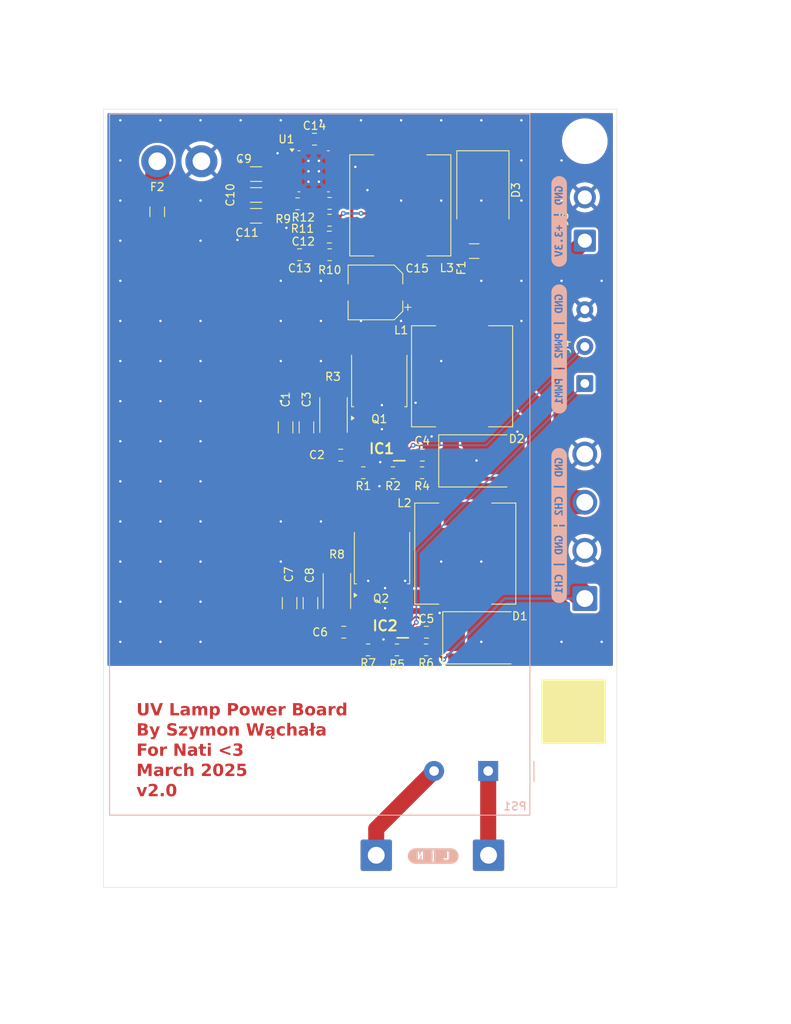
<source format=kicad_pcb>
(kicad_pcb (version 20240108) (generator "pcbnew") (generator_version "8.0")
  (title_block (title "UV Lamp Power Board") (date "2025-03-30") (rev "v2.0") (company "Szymon Wąchała"))
  (layers (0 "F.Cu" signal) (31 "B.Cu" signal) (34 "B.Paste" user) (35 "F.Paste" user) (36 "B.SilkS" user "B.Silkscreen") (37 "F.SilkS" user "F.Silkscreen") (38 "B.Mask" user) (39 "F.Mask" user) (44 "Edge.Cuts" user))
  (net 0 "")
  (net 1 "GND")
  (net 2 "+48V")
  (net 3 "Net-(IC1-VCC)")
  (net 4 "Net-(IC1-COFF)")
  (net 5 "Net-(IC2-COFF)")
  (net 6 "Net-(IC2-VCC)")
  (net 7 "Net-(U1-COMP)")
  (net 8 "Net-(C13-Pad1)")
  (net 9 "Net-(U1-BOOT)")
  (net 10 "Net-(D3-K)")
  (net 11 "Net-(C15-Pad1)")
  (net 12 "Net-(D1-K)")
  (net 13 "Net-(D2-K)")
  (net 14 "Net-(J5-Pin_1)")
  (net 15 "Net-(PS1-+Vout)")
  (net 16 "Net-(IC1-UVLO)")
  (net 17 "Net-(IC1-PGATE)")
  (net 18 "/LED Driver/PWM2")
  (net 20 "Net-(IC1-CSN)")
  (net 21 "Net-(IC2-PGATE)")
  (net 22 "Net-(IC2-CSN)")
  (net 23 "Net-(IC2-UVLO)")
  (net 25 "/LED Driver/PWM1")
  (net 26 "Net-(J1-Pin_1)")
  (net 27 "Net-(J2-Pin_1)")
  (net 28 "/LED Driver/Ch1")
  (net 29 "/LED Driver/Ch2")
  (net 30 "Net-(U1-RT{slash}CLK)")
  (net 31 "Net-(U1-FB)")
  (footprint "Capacitor_SMD:C_1206_3216Metric" (layer "F.Cu") (at 132.4 95.475 90)
    (property "Reference" "C3" (at 3.475 0 90) (layer "F.SilkS"))
    (property "Value" "2u" (hide yes))
    (pad "1" smd roundrect (at -1.475 0 90) (size 1.15 1.8) (layers "F.Cu" "F.Paste" "F.Mask") (roundrect_rratio 0.217391) (net 2 "+48V"))
    (pad "2" smd roundrect (at 1.475 0 90) (size 1.15 1.8) (layers "F.Cu" "F.Paste" "F.Mask") (roundrect_rratio 0.217391) (net 1 "GND"))
  )
  (footprint "Inductor_SMD:L_12x12mm_H6mm" (layer "F.Cu") (at 144.1 67.8 -90)
    (property "Reference" "L3" (at 7.8 -5.8 0) (layer "F.SilkS"))
    (property "Value" "22u" (hide yes))
    (pad "1" smd rect (at -4.95 0 270) (size 2.9 5.4) (layers "F.Cu" "F.Paste" "F.Mask") (net 10 "Net-(D3-K)"))
    (pad "2" smd rect (at 4.95 0 270) (size 2.9 5.4) (layers "F.Cu" "F.Paste" "F.Mask") (net 11 "Net-(C15-Pad1)"))
  )
  (footprint "Resistor_SMD:R_0805_2012Metric" (layer "F.Cu") (at 131.2875 67.6)
    (property "Reference" "R9" (at -1.7875 1.9 180) (layer "F.SilkS"))
    (property "Value" "316k" (hide yes))
    (pad "1" smd roundrect (at -0.9125 0) (size 1.025 1.4) (layers "F.Cu" "F.Paste" "F.Mask") (roundrect_rratio 0.243902) (net 30 "Net-(U1-RT{slash}CLK)"))
    (pad "2" smd roundrect (at 0.9125 0) (size 1.025 1.4) (layers "F.Cu" "F.Paste" "F.Mask") (roundrect_rratio 0.243902) (net 1 "GND"))
  )
  (footprint "LM3409HVMY:LM3409HVMY" (layer "F.Cu") (at 141.7725 98.125 180)
    (property "Reference" "IC1" (at 0 0 0) (layer "F.SilkS") (effects (font (size 1.27 1.27) (thickness 0.254))))
    (property "Value" "LM3409HVMY" (hide yes))
    (pad "1" smd rect (at -2.2 -1 270) (size 0.3 1.4) (layers "F.Cu" "F.Paste" "F.Mask") (net 16 "Net-(IC1-UVLO)"))
    (pad "2" smd rect (at -2.2 -0.5 270) (size 0.3 1.4) (layers "F.Cu" "F.Paste" "F.Mask"))
    (pad "3" smd rect (at -2.2 0 270) (size 0.3 1.4) (layers "F.Cu" "F.Paste" "F.Mask") (net 18 "/LED Driver/PWM2"))
    (pad "4" smd rect (at -2.2 0.5 270) (size 0.3 1.4) (layers "F.Cu" "F.Paste" "F.Mask") (net 4 "Net-(IC1-COFF)"))
    (pad "5" smd rect (at -2.2 1 270) (size 0.3 1.4) (layers "F.Cu" "F.Paste" "F.Mask") (net 1 "GND"))
    (pad "6" smd rect (at 2.2 1 270) (size 0.3 1.4) (layers "F.Cu" "F.Paste" "F.Mask") (net 17 "Net-(IC1-PGATE)"))
    (pad "7" smd rect (at 2.2 0.5 270) (size 0.3 1.4) (layers "F.Cu" "F.Paste" "F.Mask") (net 20 "Net-(IC1-CSN)"))
    (pad "8" smd rect (at 2.2 0 270) (size 0.3 1.4) (layers "F.Cu" "F.Paste" "F.Mask") (net 2 "+48V"))
    (pad "9" smd rect (at 2.2 -0.5 270) (size 0.3 1.4) (layers "F.Cu" "F.Paste" "F.Mask") (net 3 "Net-(IC1-VCC)"))
    (pad "10" smd rect (at 2.2 -1 270) (size 0.3 1.4) (layers "F.Cu" "F.Paste" "F.Mask") (net 2 "+48V"))
    (pad "11" smd rect (at 0 0 180) (size 1.88 2.05) (layers "F.Cu" "F.Paste" "F.Mask") (net 1 "GND"))
  )
  (footprint "Diode_SMD:D_SMC" (layer "F.Cu") (at 154.3 121.7)
    (property "Reference" "D1" (at 4.7 -2.7 0) (layer "F.SilkS"))
    (property "Value" "100V 3A" (hide yes))
    (pad "1" smd roundrect (at -3.4 0 90) (size 3.3 2.5) (layers "F.Cu" "F.Paste" "F.Mask") (roundrect_rratio 0.1) (net 12 "Net-(D1-K)"))
    (pad "2" smd roundrect (at 3.4 0 90) (size 3.3 2.5) (layers "F.Cu" "F.Paste" "F.Mask") (roundrect_rratio 0.1) (net 1 "GND"))
  )
  (footprint "Resistor_SMD:R_0805_2012Metric" (layer "F.Cu") (at 146.8125 101.125 180)
    (property "Reference" "R4" (at 0 -1.65 0) (layer "F.SilkS"))
    (property "Value" "24.9k" (hide yes))
    (pad "1" smd roundrect (at -0.9125 0 180) (size 1.025 1.4) (layers "F.Cu" "F.Paste" "F.Mask") (roundrect_rratio 0.243902) (net 29 "/LED Driver/Ch2"))
    (pad "2" smd roundrect (at 0.9125 0 180) (size 1.025 1.4) (layers "F.Cu" "F.Paste" "F.Mask") (roundrect_rratio 0.243902) (net 4 "Net-(IC1-COFF)"))
  )
  (footprint "Capacitor_SMD:C_1206_3216Metric" (layer "F.Cu") (at 130.3 117.375 90)
    (property "Reference" "C7" (at 3.575 -0.1 90) (layer "F.SilkS"))
    (property "Value" "2u" (hide yes))
    (pad "1" smd roundrect (at -1.475 0 90) (size 1.15 1.8) (layers "F.Cu" "F.Paste" "F.Mask") (roundrect_rratio 0.217391) (net 2 "+48V"))
    (pad "2" smd roundrect (at 1.475 0 90) (size 1.15 1.8) (layers "F.Cu" "F.Paste" "F.Mask") (roundrect_rratio 0.217391) (net 1 "GND"))
  )
  (footprint "Capacitor_SMD:C_0805_2012Metric" (layer "F.Cu") (at 146.85 98.925)
    (property "Reference" "C4" (at -0.0225 -1.775 0) (layer "F.SilkS"))
    (property "Value" "470p 50V" (hide yes))
    (pad "1" smd roundrect (at -0.95 0) (size 1 1.45) (layers "F.Cu" "F.Paste" "F.Mask") (net 4 "Net-(IC1-COFF)"))
    (pad "2" smd roundrect (at 0.95 0) (size 1 1.45) (layers "F.Cu" "F.Paste" "F.Mask") (net 1 "GND"))
  )
  (footprint "Capacitor_SMD:C_1206_3216Metric" (layer "F.Cu") (at 126.125 69.1 180)
    (property "Reference" "C11" (at 1.125 -2.1 180) (layer "F.SilkS"))
    (property "Value" "2.2u" (hide yes))
    (pad "1" smd roundrect (at -1.475 0 180) (size 1.15 1.8) (layers "F.Cu" "F.Paste" "F.Mask") (roundrect_rratio 0.217391) (net 2 "+48V"))
    (pad "2" smd roundrect (at 1.475 0 180) (size 1.15 1.8) (layers "F.Cu" "F.Paste" "F.Mask") (roundrect_rratio 0.217391) (net 1 "GND"))
  )
  (footprint "Resistor_SMD:R_0805_2012Metric" (layer "F.Cu") (at 147.3125 123.2 180)
    (property "Reference" "R6" (at 0 -1.65 0) (layer "F.SilkS"))
    (property "Value" "24.9k" (hide yes))
    (pad "1" smd roundrect (at -0.9125 0 180) (size 1.025 1.4) (layers "F.Cu" "F.Paste" "F.Mask") (roundrect_rratio 0.243902) (net 28 "/LED Driver/Ch1"))
    (pad "2" smd roundrect (at 0.9125 0 180) (size 1.025 1.4) (layers "F.Cu" "F.Paste" "F.Mask") (roundrect_rratio 0.243902) (net 5 "Net-(IC2-COFF)"))
  )
  (footprint "Resistor_SMD:R_0805_2012Metric" (layer "F.Cu") (at 139.4875 101.125 180)
    (property "Reference" "R1" (at 0 -1.65 0) (layer "F.SilkS"))
    (property "Value" "49.9k" (hide yes))
    (pad "1" smd roundrect (at -0.9125 0 180) (size 1.025 1.4) (layers "F.Cu" "F.Paste" "F.Mask") (roundrect_rratio 0.243902) (net 16 "Net-(IC1-UVLO)"))
    (pad "2" smd roundrect (at 0.9125 0 180) (size 1.025 1.4) (layers "F.Cu" "F.Paste" "F.Mask") (roundrect_rratio 0.243902) (net 2 "+48V"))
  )
  (footprint "Capacitor_SMD:C_0805_2012Metric" (layer "F.Cu") (at 131.55 73.95 180)
    (property "Reference" "C13" (at 0 -1.68 0) (layer "F.SilkS"))
    (property "Value" "8.2n" (hide yes))
    (pad "1" smd roundrect (at -0.95 0 180) (size 1 1.45) (layers "F.Cu" "F.Paste" "F.Mask") (net 8 "Net-(C13-Pad1)"))
    (pad "2" smd roundrect (at 0.95 0 180) (size 1 1.45) (layers "F.Cu" "F.Paste" "F.Mask") (net 1 "GND"))
  )
  (footprint "Package_TO_SOT_SMD:TO-252-2" (layer "F.Cu") (at 141.475 89.585 90)
    (property "Reference" "Q1" (at -4.84 0 0) (layer "F.SilkS"))
    (property "Value" "DMP10H400SK3-13" (hide yes))
    (pad "1" smd roundrect (at -5.04 -2.28 90) (size 2.2 1.2) (layers "F.Cu" "F.Paste" "F.Mask") (roundrect_rratio 0.208333) (net 17 "Net-(IC1-PGATE)"))
    (pad "2" smd roundrect (at -0.415 -1.525 90) (size 3.05 2.75) (layers "F.Cu" "F.Paste") (roundrect_rratio 0.090909) (net 20 "Net-(IC1-CSN)"))
    (pad "2" smd roundrect (at -0.415 1.525 90) (size 3.05 2.75) (layers "F.Cu" "F.Paste") (roundrect_rratio 0.090909) (net 20 "Net-(IC1-CSN)"))
    (pad "2" smd roundrect (at 1.26 0 90) (size 6.4 5.8) (layers "F.Cu" "F.Mask") (roundrect_rratio 0.043103) (net 20 "Net-(IC1-CSN)"))
    (pad "2" smd roundrect (at 2.935 -1.525 90) (size 3.05 2.75) (layers "F.Cu" "F.Paste") (roundrect_rratio 0.090909) (net 20 "Net-(IC1-CSN)"))
    (pad "2" smd roundrect (at 2.935 1.525 90) (size 3.05 2.75) (layers "F.Cu" "F.Paste") (roundrect_rratio 0.090909) (net 20 "Net-(IC1-CSN)"))
    (pad "3" smd roundrect (at -5.04 2.28 90) (size 2.2 1.2) (layers "F.Cu" "F.Paste" "F.Mask") (roundrect_rratio 0.208333) (net 13 "Net-(D2-K)"))
  )
  (footprint "Inductor_SMD:L_12x12mm_H6mm" (layer "F.Cu") (at 152.2 111.2 90)
    (property "Reference" "L2" (at 6.3 -7.6 180) (layer "F.SilkS"))
    (property "Value" "DE1207-47" (hide yes))
    (pad "1" smd rect (at -4.95 0 90) (size 2.9 5.4) (layers "F.Cu" "F.Paste" "F.Mask") (net 12 "Net-(D1-K)"))
    (pad "2" smd rect (at 4.95 0 90) (size 2.9 5.4) (layers "F.Cu" "F.Paste" "F.Mask") (net 28 "/LED Driver/Ch1"))
  )
  (footprint "Inductor_SMD:L_12x12mm_H6mm" (layer "F.Cu") (at 151.8 89.1 90)
    (property "Reference" "L1" (at 5.75 -7.6 0) (layer "F.SilkS"))
    (property "Value" "DE1207-47" (hide yes))
    (pad "1" smd rect (at -4.95 0 90) (size 2.9 5.4) (layers "F.Cu" "F.Paste" "F.Mask") (net 13 "Net-(D2-K)"))
    (pad "2" smd rect (at 4.95 0 90) (size 2.9 5.4) (layers "F.Cu" "F.Paste" "F.Mask") (net 29 "/LED Driver/Ch2"))
  )
  (footprint "Diode_SMD:D_SMC" (layer "F.Cu") (at 154.4 65.9 -90)
    (property "Reference" "D3" (at 0 -4.1 90) (layer "F.SilkS"))
    (property "Value" "B560C-13-F" (hide yes))
    (pad "1" smd roundrect (at -3.4 0) (size 3.3 2.5) (layers "F.Cu" "F.Paste" "F.Mask") (roundrect_rratio 0.1) (net 10 "Net-(D3-K)"))
    (pad "2" smd roundrect (at 3.4 0) (size 3.3 2.5) (layers "F.Cu" "F.Paste" "F.Mask") (roundrect_rratio 0.1) (net 1 "GND"))
  )
  (footprint "Connector_Wire:SolderWire-1.5sqmm_1x01_D1.7mm_OD3.9mm" (layer "F.Cu") (at 141.1 148.8)
    (property "Reference" "J2" (hide yes))
    (property "Value" "Conn" (hide yes))
    (pad "1" thru_hole roundrect (at 0 0) (size 3.9 3.9) (drill 2.1) (layers "*.Cu" "*.Mask") (roundrect_rratio 0.064103) (net 27 "Net-(J2-Pin_1)"))
  )
  (footprint "MountingHole:MountingHole_2.7mm_M2.5" (layer "F.Cu") (at 167.1 59.8)
    (property "Reference" "H1" (hide yes))
    (property "Value" "M2.5" (hide yes))
    (pad "" np_thru_hole circle (at 0 0) (size 2.7 2.7) (drill 2.7) (layers "*.Cu" "*.Mask"))
  )
  (footprint "Capacitor_SMD:CP_Elec_6.3x7.7" (layer "F.Cu") (at 141 78.65 180)
    (property "Reference" "C15" (at -5.2 3 0) (layer "F.SilkS"))
    (property "Value" "100u" (hide yes))
    (pad "1" smd roundrect (at -2.7 0 180) (size 3.5 1.6) (layers "F.Cu" "F.Paste" "F.Mask") (roundrect_rratio 0.15625) (net 11 "Net-(C15-Pad1)"))
    (pad "2" smd roundrect (at 2.7 0 180) (size 3.5 1.6) (layers "F.Cu" "F.Paste" "F.Mask") (roundrect_rratio 0.15625) (net 1 "GND"))
  )
  (footprint "Capacitor_SMD:C_0805_2012Metric" (layer "F.Cu") (at 136.6725 98.925)
    (property "Reference" "C2" (at -2.9725 -0.025 0) (layer "F.SilkS"))
    (property "Value" "1u" (hide yes))
    (pad "1" smd roundrect (at -0.95 0) (size 1 1.45) (layers "F.Cu" "F.Paste" "F.Mask") (net 2 "+48V"))
    (pad "2" smd roundrect (at 0.95 0) (size 1 1.45) (layers "F.Cu" "F.Paste" "F.Mask") (net 3 "Net-(IC1-VCC)"))
  )
  (footprint "Fuse:Fuse_1206_3216Metric" (layer "F.Cu") (at 113.8 68.6 -90)
    (property "Reference" "F2" (at -3.1 0 180) (layer "F.SilkS"))
    (property "Value" "2A" (hide yes))
    (pad "1" smd roundrect (at -1.4 0 270) (size 1.25 1.75) (layers "F.Cu" "F.Paste" "F.Mask") (roundrect_rratio 0.2) (net 15 "Net-(PS1-+Vout)"))
    (pad "2" smd roundrect (at 1.4 0 270) (size 1.25 1.75) (layers "F.Cu" "F.Paste" "F.Mask") (roundrect_rratio 0.2) (net 2 "+48V"))
  )
  (footprint "MountingHole:MountingHole_2.7mm_M2.5" (layer "F.Cu") (at 167.1 148.8)
    (property "Reference" "H2" (hide yes))
    (property "Value" "M2.5" (hide yes))
    (pad "" np_thru_hole circle (at 0 0) (size 2.7 2.7) (drill 2.7) (layers "*.Cu" "*.Mask"))
  )
  (footprint "Capacitor_SMD:C_1206_3216Metric" (layer "F.Cu") (at 126.125 63.9 180)
    (property "Reference" "C9" (at 1.525 1.9 180) (layer "F.SilkS"))
    (property "Value" "2.2u" (hide yes))
    (pad "1" smd roundrect (at -1.475 0 180) (size 1.15 1.8) (layers "F.Cu" "F.Paste" "F.Mask") (roundrect_rratio 0.217391) (net 2 "+48V"))
    (pad "2" smd roundrect (at 1.475 0 180) (size 1.15 1.8) (layers "F.Cu" "F.Paste" "F.Mask") (roundrect_rratio 0.217391) (net 1 "GND"))
  )
  (footprint "Capacitor_SMD:C_1206_3216Metric" (layer "F.Cu") (at 132.9 117.375 90)
    (property "Reference" "C8" (at 3.475 -0.1 90) (layer "F.SilkS"))
    (property "Value" "2u" (hide yes))
    (pad "1" smd roundrect (at -1.475 0 90) (size 1.15 1.8) (layers "F.Cu" "F.Paste" "F.Mask") (roundrect_rratio 0.217391) (net 2 "+48V"))
    (pad "2" smd roundrect (at 1.475 0 90) (size 1.15 1.8) (layers "F.Cu" "F.Paste" "F.Mask") (roundrect_rratio 0.217391) (net 1 "GND"))
  )
  (footprint "Fuse:Fuse_1206_3216Metric" (layer "F.Cu") (at 153.3 73.5)
    (property "Reference" "F1" (at -1.6 2.1 90) (layer "F.SilkS"))
    (property "Value" "2A" (hide yes))
    (pad "1" smd roundrect (at -1.4 0) (size 1.25 1.75) (layers "F.Cu" "F.Paste" "F.Mask") (roundrect_rratio 0.2) (net 11 "Net-(C15-Pad1)"))
    (pad "2" smd roundrect (at 1.4 0) (size 1.25 1.75) (layers "F.Cu" "F.Paste" "F.Mask") (roundrect_rratio 0.2) (net 14 "Net-(J5-Pin_1)"))
  )
  (footprint "LM3409HVMY:LM3409HVMY" (layer "F.Cu") (at 142.2 120.2 180)
    (property "Reference" "IC2" (at 0 0 0) (layer "F.SilkS") (effects (font (size 1.27 1.27) (thickness 0.254))))
    (property "Value" "LM3409HVMY" (hide yes))
    (pad "1" smd rect (at -2.2 -1 270) (size 0.3 1.4) (layers "F.Cu" "F.Paste" "F.Mask") (net 23 "Net-(IC2-UVLO)"))
    (pad "2" smd rect (at -2.2 -0.5 270) (size 0.3 1.4) (layers "F.Cu" "F.Paste" "F.Mask"))
    (pad "3" smd rect (at -2.2 0 270) (size 0.3 1.4) (layers "F.Cu" "F.Paste" "F.Mask") (net 25 "/LED Driver/PWM1"))
    (pad "4" smd rect (at -2.2 0.5 270) (size 0.3 1.4) (layers "F.Cu" "F.Paste" "F.Mask") (net 5 "Net-(IC2-COFF)"))
    (pad "5" smd rect (at -2.2 1 270) (size 0.3 1.4) (layers "F.Cu" "F.Paste" "F.Mask") (net 1 "GND"))
    (pad "6" smd rect (at 2.2 1 270) (size 0.3 1.4) (layers "F.Cu" "F.Paste" "F.Mask") (net 21 "Net-(IC2-PGATE)"))
    (pad "7" smd rect (at 2.2 0.5 270) (size 0.3 1.4) (layers "F.Cu" "F.Paste" "F.Mask") (net 22 "Net-(IC2-CSN)"))
    (pad "8" smd rect (at 2.2 0 270) (size 0.3 1.4) (layers "F.Cu" "F.Paste" "F.Mask") (net 2 "+48V"))
    (pad "9" smd rect (at 2.2 -0.5 270) (size 0.3 1.4) (layers "F.Cu" "F.Paste" "F.Mask") (net 6 "Net-(IC2-VCC)"))
    (pad "10" smd rect (at 2.2 -1 270) (size 0.3 1.4) (layers "F.Cu" "F.Paste" "F.Mask") (net 2 "+48V"))
    (pad "11" smd rect (at 0 0 180) (size 1.88 2.05) (layers "F.Cu" "F.Paste" "F.Mask") (net 1 "GND"))
  )
  (footprint "Diode_SMD:D_SMC" (layer "F.Cu") (at 153.8 99.65)
    (property "Reference" "D2" (at 4.8 -2.75 0) (layer "F.SilkS"))
    (property "Value" "100V 3A" (hide yes))
    (pad "1" smd roundrect (at -3.4 0 90) (size 3.3 2.5) (layers "F.Cu" "F.Paste" "F.Mask") (roundrect_rratio 0.1) (net 13 "Net-(D2-K)"))
    (pad "2" smd roundrect (at 3.4 0 90) (size 3.3 2.5) (layers "F.Cu" "F.Paste" "F.Mask") (roundrect_rratio 0.1) (net 1 "GND"))
  )
  (footprint "Resistor_SMD:R_0805_2012Metric" (layer "F.Cu") (at 135.2875 67.55 180)
    (property "Reference" "R12" (at 3.2875 -1.75 0) (layer "F.SilkS"))
    (property "Value" "11.7k" (hide yes))
    (pad "1" smd roundrect (at -0.9125 0 180) (size 1.025 1.4) (layers "F.Cu" "F.Paste" "F.Mask") (roundrect_rratio 0.243902) (net 31 "Net-(U1-FB)"))
    (pad "2" smd roundrect (at 0.9125 0 180) (size 1.025 1.4) (layers "F.Cu" "F.Paste" "F.Mask") (roundrect_rratio 0.243902) (net 1 "GND"))
  )
  (footprint "MountingHole:MountingHole_2.7mm_M2.5" (layer "F.Cu") (at 111.1 148.8)
    (property "Reference" "H3" (hide yes))
    (property "Value" "M2.5" (hide yes))
    (pad "" np_thru_hole circle (at 0 0) (size 2.7 2.7) (drill 2.7) (layers "*.Cu" "*.Mask"))
  )
  (footprint "Package_SO:Texas_R-PDSO-G8_EP2.95x4.9mm_Mask2.4x3.1mm_ThermalVias" (layer "F.Cu") (at 133.3 63.55)
    (property "Reference" "U1" (at -3.4 -4 0) (layer "F.SilkS"))
    (property "Value" "TPS54560BDDA" (hide yes))
    (pad "1" smd roundrect (at -2.5625 -1.905) (size 1.775 0.6) (layers "F.Cu" "F.Paste" "F.Mask") (net 9 "Net-(U1-BOOT)"))
    (pad "2" smd roundrect (at -2.5625 -0.635) (size 1.775 0.6) (layers "F.Cu" "F.Paste" "F.Mask") (net 2 "+48V"))
    (pad "3" smd roundrect (at -2.5625 0.635) (size 1.775 0.6) (layers "F.Cu" "F.Paste" "F.Mask"))
    (pad "4" smd roundrect (at -2.5625 1.905) (size 1.775 0.6) (layers "F.Cu" "F.Paste" "F.Mask") (net 30 "Net-(U1-RT{slash}CLK)"))
    (pad "5" smd roundrect (at 2.5625 1.905) (size 1.775 0.6) (layers "F.Cu" "F.Paste" "F.Mask") (net 31 "Net-(U1-FB)"))
    (pad "6" smd roundrect (at 2.5625 0.635) (size 1.775 0.6) (layers "F.Cu" "F.Paste" "F.Mask") (net 7 "Net-(U1-COMP)"))
    (pad "7" smd roundrect (at 2.5625 -0.635) (size 1.775 0.6) (layers "F.Cu" "F.Paste" "F.Mask") (net 1 "GND"))
    (pad "8" smd roundrect (at 2.5625 -1.905) (size 1.775 0.6) (layers "F.Cu" "F.Paste" "F.Mask") (net 10 "Net-(D3-K)"))
    (pad "9" thru_hole circle (at -0.65 -1.3) (size 0.6 0.6) (drill 0.3) (property pad_prop_heatsink) (layers "*.Cu") (net 1 "GND"))
    (pad "9" thru_hole circle (at -0.65 0) (size 0.6 0.6) (drill 0.3) (property pad_prop_heatsink) (layers "*.Cu") (net 1 "GND"))
    (pad "9" thru_hole circle (at -0.65 1.3) (size 0.6 0.6) (drill 0.3) (property pad_prop_heatsink) (layers "*.Cu") (net 1 "GND"))
    (pad "9" smd rect (at 0 0) (size 1.8 3.1) (property pad_prop_heatsink) (layers "B.Cu") (net 1 "GND"))
    (pad "9" smd rect (at 0 0) (size 2.95 4.9) (property pad_prop_heatsink) (layers "F.Cu") (net 1 "GND"))
    (pad "9" thru_hole circle (at 0.65 -1.3) (size 0.6 0.6) (drill 0.3) (property pad_prop_heatsink) (layers "*.Cu") (net 1 "GND"))
    (pad "9" thru_hole circle (at 0.65 0) (size 0.6 0.6) (drill 0.3) (property pad_prop_heatsink) (layers "*.Cu") (net 1 "GND"))
    (pad "9" thru_hole circle (at 0.65 1.3) (size 0.6 0.6) (drill 0.3) (property pad_prop_heatsink) (layers "*.Cu") (net 1 "GND"))
  )
  (footprint "Package_TO_SOT_SMD:TO-252-2" (layer "F.Cu") (at 141.82 111.66 90)
    (property "Reference" "Q2" (at -5.14 -0.12 180) (layer "F.SilkS"))
    (property "Value" "DMP10H400SK3-13" (hide yes))
    (pad "1" smd roundrect (at -5.04 -2.28 90) (size 2.2 1.2) (layers "F.Cu" "F.Paste" "F.Mask") (roundrect_rratio 0.208333) (net 21 "Net-(IC2-PGATE)"))
    (pad "2" smd roundrect (at -0.415 -1.525 90) (size 3.05 2.75) (layers "F.Cu" "F.Paste") (roundrect_rratio 0.090909) (net 22 "Net-(IC2-CSN)"))
    (pad "2" smd roundrect (at -0.415 1.525 90) (size 3.05 2.75) (layers "F.Cu" "F.Paste") (roundrect_rratio 0.090909) (net 22 "Net-(IC2-CSN)"))
    (pad "2" smd roundrect (at 1.26 0 90) (size 6.4 5.8) (layers "F.Cu" "F.Mask") (roundrect_rratio 0.043103) (net 22 "Net-(IC2-CSN)"))
    (pad "2" smd roundrect (at 2.935 -1.525 90) (size 3.05 2.75) (layers "F.Cu" "F.Paste") (roundrect_rratio 0.090909) (net 22 "Net-(IC2-CSN)"))
    (pad "2" smd roundrect (at 2.935 1.525 90) (size 3.05 2.75) (layers "F.Cu" "F.Paste") (roundrect_rratio 0.090909) (net 22 "Net-(IC2-CSN)"))
    (pad "3" smd roundrect (at -5.04 2.28 90) (size 2.2 1.2) (layers "F.Cu" "F.Paste" "F.Mask") (roundrect_rratio 0.208333) (net 12 "Net-(D1-K)"))
  )
  (footprint "Resistor_SMD:R_0805_2012Metric" (layer "F.Cu") (at 135.2875 69.65 180)
    (property "Reference" "R11" (at 3.3875 -1.05 0) (layer "F.SilkS"))
    (property "Value" "36.5k" (hide yes))
    (pad "1" smd roundrect (at -0.9125 0 180) (size 1.025 1.4) (layers "F.Cu" "F.Paste" "F.Mask") (roundrect_rratio 0.243902) (net 11 "Net-(C15-Pad1)"))
    (pad "2" smd roundrect (at 0.9125 0 180) (size 1.025 1.4) (layers "F.Cu" "F.Paste" "F.Mask") (roundrect_rratio 0.243902) (net 31 "Net-(U1-FB)"))
  )
  (footprint "Connector_Wire:SolderWire-1sqmm_1x02_P5.4mm_D1.4mm_OD2.7mm" (layer "F.Cu") (at 167.1 72.2 90)
    (property "Reference" "J5" (at 2.7 -2.58 90) (layer "F.SilkS"))
    (property "Value" "Conn")
    (pad "1" thru_hole roundrect (at 0 0 90) (size 2.75 2.75) (drill 1.75) (layers "*.Cu" "*.Mask") (roundrect_rratio 0.090909) (net 14 "Net-(J5-Pin_1)"))
    (pad "2" thru_hole circle (at 5.4 0 90) (size 2.75 2.75) (drill 1.75) (layers "*.Cu" "*.Mask") (net 1 "GND"))
  )
  (footprint "Capacitor_SMD:C_0805_2012Metric" (layer "F.Cu") (at 135.25 71.75 180)
    (property "Reference" "C12" (at 3.25 -0.55 0) (layer "F.SilkS"))
    (property "Value" "15p" (hide yes))
    (pad "1" smd roundrect (at -0.95 0 180) (size 1 1.45) (layers "F.Cu" "F.Paste" "F.Mask") (net 7 "Net-(U1-COMP)"))
    (pad "2" smd roundrect (at 0.95 0 180) (size 1 1.45) (layers "F.Cu" "F.Paste" "F.Mask") (net 1 "GND"))
  )
  (footprint "Capacitor_SMD:C_0805_2012Metric" (layer "F.Cu") (at 133.4 59.55)
    (property "Reference" "C14" (at 0 -1.68 0) (layer "F.SilkS"))
    (property "Value" "100n" (hide yes))
    (pad "1" smd roundrect (at -0.95 0) (size 1 1.45) (layers "F.Cu" "F.Paste" "F.Mask") (net 9 "Net-(U1-BOOT)"))
    (pad "2" smd roundrect (at 0.95 0) (size 1 1.45) (layers "F.Cu" "F.Paste" "F.Mask") (net 10 "Net-(D3-K)"))
  )
  (footprint "Resistor_SMD:R_0805_2012Metric" (layer "F.Cu") (at 143.1875 101.125 180)
    (property "Reference" "R2" (at 0 -1.65 0) (layer "F.SilkS"))
    (property "Value" "6.98k" (hide yes))
    (pad "1" smd roundrect (at -0.9125 0 180) (size 1.025 1.4) (layers "F.Cu" "F.Paste" "F.Mask") (roundrect_rratio 0.243902) (net 1 "GND"))
    (pad "2" smd roundrect (at 0.9125 0 180) (size 1.025 1.4) (layers "F.Cu" "F.Paste" "F.Mask") (roundrect_rratio 0.243902) (net 16 "Net-(IC1-UVLO)"))
  )
  (footprint "Connector_Wire:SolderWire-1.5sqmm_1x04_P6mm_D1.7mm_OD3mm" (layer "F.Cu") (at 167.1 116.8 90)
    (property "Reference" "J3" (at 9 -2.75 90) (layer "F.SilkS"))
    (property "Value" "Connector")
    (pad "1" thru_hole roundrect (at 0 0 90) (size 3.1 3.1) (drill 2.1) (layers "*.Cu" "*.Mask") (roundrect_rratio 0.080645) (net 28 "/LED Driver/Ch1"))
    (pad "2" thru_hole circle (at 6 0 90) (size 3.1 3.1) (drill 2.1) (layers "*.Cu" "*.Mask") (net 1 "GND"))
    (pad "3" thru_hole circle (at 12 0 90) (size 3.1 3.1) (drill 2.1) (layers "*.Cu" "*.Mask") (net 29 "/LED Driver/Ch2"))
    (pad "4" thru_hole circle (at 18 0 90) (size 3.1 3.1) (drill 2.1) (layers "*.Cu" "*.Mask") (net 1 "GND"))
  )
  (footprint "Connector_Wire:SolderWire-1.5sqmm_1x01_D1.7mm_OD3.9mm" (layer "F.Cu") (at 155.1 148.8)
    (property "Reference" "J1" (hide yes))
    (property "Value" "Conn" (hide yes))
    (pad "1" thru_hole roundrect (at 0 0) (size 3.9 3.9) (drill 2.1) (layers "*.Cu" "*.Mask") (roundrect_rratio 0.064103) (net 26 "Net-(J1-Pin_1)"))
  )
  (footprint "Resistor_SMD:R_0805_2012Metric" (layer "F.Cu") (at 140.0875 123.2 180)
    (property "Reference" "R7" (at 0 -1.65 0) (layer "F.SilkS"))
    (property "Value" "49.9k" (hide yes))
    (pad "1" smd roundrect (at -0.9125 0 180) (size 1.025 1.4) (layers "F.Cu" "F.Paste" "F.Mask") (roundrect_rratio 0.243902) (net 23 "Net-(IC2-UVLO)"))
    (pad "2" smd roundrect (at 0.9125 0 180) (size 1.025 1.4) (layers "F.Cu" "F.Paste" "F.Mask") (roundrect_rratio 0.243902) (net 2 "+48V"))
  )
  (footprint "Connector_Wire:SolderWire-0.5sqmm_1x03_P4.6mm_D0.9mm_OD2.1mm" (layer "F.Cu") (at 167.1 90 90)
    (property "Reference" "J4" (at 4.6 -2.25 90) (layer "F.SilkS"))
    (property "Value" "Connector")
    (pad "1" thru_hole roundrect (at 0 0 90) (size 2.1 2.1) (drill 1.1) (layers "*.Cu" "*.Mask") (roundrect_rratio 0.119048) (net 25 "/LED Driver/PWM1"))
    (pad "2" thru_hole circle (at 4.6 0 90) (size 2.1 2.1) (drill 1.1) (layers "*.Cu" "*.Mask") (net 18 "/LED Driver/PWM2"))
    (pad "3" thru_hole circle (at 9.2 0 90) (size 2.1 2.1) (drill 1.1) (layers "*.Cu" "*.Mask") (net 1 "GND"))
  )
  (footprint "Resistor_SMD:R_0805_2012Metric" (layer "F.Cu") (at 135.2875 73.95 180)
    (property "Reference" "R10" (at -0.0125 -1.9 0) (layer "F.SilkS"))
    (property "Value" "15,4k" (hide yes))
    (pad "1" smd roundrect (at -0.9125 0 180) (size 1.025 1.4) (layers "F.Cu" "F.Paste" "F.Mask") (roundrect_rratio 0.243902) (net 7 "Net-(U1-COMP)"))
    (pad "2" smd roundrect (at 0.9125 0 180) (size 1.025 1.4) (layers "F.Cu" "F.Paste" "F.Mask") (roundrect_rratio 0.243902) (net 8 "Net-(C13-Pad1)"))
  )
  (footprint "Capacitor_SMD:C_0805_2012Metric" (layer "F.Cu") (at 137.05 121)
    (property "Reference" "C6" (at -2.95 0 0) (layer "F.SilkS"))
    (property "Value" "1u" (hide yes))
    (pad "1" smd roundrect (at -0.95 0) (size 1 1.45) (layers "F.Cu" "F.Paste" "F.Mask") (net 2 "+48V"))
    (pad "2" smd roundrect (at 0.95 0) (size 1 1.45) (layers "F.Cu" "F.Paste" "F.Mask") (net 6 "Net-(IC2-VCC)"))
  )
  (footprint "Capacitor_SMD:C_0805_2012Metric" (layer "F.Cu") (at 147.35 121)
    (property "Reference" "C5" (at 0 -1.68 0) (layer "F.SilkS"))
    (property "Value" "470p 50V" (hide yes))
    (pad "1" smd roundrect (at -0.95 0) (size 1 1.45) (layers "F.Cu" "F.Paste" "F.Mask") (net 5 "Net-(IC2-COFF)"))
    (pad "2" smd roundrect (at 0.95 0) (size 1 1.45) (layers "F.Cu" "F.Paste" "F.Mask") (net 1 "GND"))
  )
  (footprint "Resistor_SMD:R_2512_6332Metric" (layer "F.Cu") (at 135.7725 93.925 90)
    (property "Reference" "R3" (at 4.775 -0.0725 0) (layer "F.SilkS"))
    (property "Value" "0,3R" (hide yes))
    (pad "1" smd roundrect (at -2.9625 0 90) (size 1.225 3.35) (layers "F.Cu" "F.Paste" "F.Mask") (roundrect_rratio 0.204082) (net 2 "+48V"))
    (pad "2" smd roundrect (at 2.9625 0 90) (size 1.225 3.35) (layers "F.Cu" "F.Paste" "F.Mask") (roundrect_rratio 0.204082) (net 20 "Net-(IC1-CSN)"))
  )
  (footprint "Capacitor_SMD:C_1206_3216Metric" (layer "F.Cu") (at 129.8 95.475 90)
    (property "Reference" "C1" (at 3.475 0 90) (layer "F.SilkS"))
    (property "Value" "2u" (hide yes))
    (pad "1" smd roundrect (at -1.475 0 90) (size 1.15 1.8) (layers "F.Cu" "F.Paste" "F.Mask") (roundrect_rratio 0.217391) (net 2 "+48V"))
    (pad "2" smd roundrect (at 1.475 0 90) (size 1.15 1.8) (layers "F.Cu" "F.Paste" "F.Mask") (roundrect_rratio 0.217391) (net 1 "GND"))
  )
  (footprint "Resistor_SMD:R_0805_2012Metric" (layer "F.Cu") (at 143.6875 123.2 180)
    (property "Reference" "R5" (at -0.0125 -1.8 0) (layer "F.SilkS"))
    (property "Value" "6.98k" (hide yes))
    (pad "1" smd roundrect (at -0.9125 0 180) (size 1.025 1.4) (layers "F.Cu" "F.Paste" "F.Mask") (roundrect_rratio 0.243902) (net 1 "GND"))
    (pad "2" smd roundrect (at 0.9125 0 180) (size 1.025 1.4) (layers "F.Cu" "F.Paste" "F.Mask") (roundrect_rratio 0.243902) (net 23 "Net-(IC2-UVLO)"))
  )
  (footprint "Resistor_SMD:R_2512_6332Metric" (layer "F.Cu") (at 136.2 115.8625 90)
    (property "Reference" "R8" (at 4.5625 0 180) (layer "F.SilkS"))
    (property "Value" "0,3R" (hide yes))
    (pad "1" smd roundrect (at -2.9625 0 90) (size 1.225 3.35) (layers "F.Cu" "F.Paste" "F.Mask") (roundrect_rratio 0.204082) (net 2 "+48V"))
    (pad "2" smd roundrect (at 2.9625 0 90) (size 1.225 3.35) (layers "F.Cu" "F.Paste" "F.Mask") (roundrect_rratio 0.204082) (net 22 "Net-(IC2-CSN)"))
  )
  (footprint "Capacitor_SMD:C_1206_3216Metric" (layer "F.Cu") (at 126.125 66.5 180)
    (property "Reference" "C10" (at 3.225 0 -90) (layer "F.SilkS"))
    (property "Value" "2.2u" (hide yes))
    (pad "1" smd roundrect (at -1.475 0 180) (size 1.15 1.8) (layers "F.Cu" "F.Paste" "F.Mask") (roundrect_rratio 0.217391) (net 2 "+48V"))
    (pad "2" smd roundrect (at 1.475 0 180) (size 1.15 1.8) (layers "F.Cu" "F.Paste" "F.Mask") (roundrect_rratio 0.217391) (net 1 "GND"))
  )
  (footprint "Converter_ACDC:Converter_ACDC_MeanWell_IRM-60-xx_THT" (layer "B.Cu") (at 155.0575 138.3 90)
    (property "Reference" "PS1" (at -4.4 3.3425 0) (layer "B.SilkS") (effects (justify mirror)))
    (property "Value" "IRM-60-48" (hide yes))
    (pad "1" thru_hole rect (at 0 0 90) (size 2.5 2.5) (drill 1.2) (layers "*.Cu" "*.Mask") (net 26 "Net-(J1-Pin_1)"))
    (pad "2" thru_hole circle (at 0 -6.75 90) (size 2.5 2.5) (drill 1.2) (layers "*.Cu" "*.Mask") (net 27 "Net-(J2-Pin_1)"))
    (pad "3" thru_hole circle (at 76 -41.25 90) (size 4 4) (drill 2.2) (layers "*.Cu" "*.Mask") (net 15 "Net-(PS1-+Vout)"))
    (pad "4" thru_hole circle (at 76 -35.75 90) (size 4 4) (drill 2.2) (layers "*.Cu" "*.Mask") (net 1 "GND"))
  )
  (footprint "kibuzzard-67E99669" (layer "B.Cu") (at 148.2 148.9 180)
    (property "Reference" "kibuzzard-67E99669" (hide yes))
    (property "Value" "G***" (hide yes))
  )
  (footprint "kibuzzard-67E9956E" (layer "B.Cu") (at 163.9 85.7 -90)
    (property "Reference" "kibuzzard-67E9956E" (hide yes))
    (property "Value" "G***" (hide yes))
  )
  (footprint "kibuzzard-67E995BA" (layer "B.Cu") (at 163.9 107.7 -90)
    (property "Reference" "kibuzzard-67E995BA" (hide yes))
    (property "Value" "G***" (hide yes))
  )
  (footprint "kibuzzard-67E99536" (layer "B.Cu") (at 163.9 69.8 -90)
    (property "Reference" "kibuzzard-67E99536" (hide yes))
    (property "Value" "G***" (hide yes))
  )
  (gr_rect (start 161.7 126.9) (end 169.7 134.9) (fill solid) (layer "F.SilkS"))
  (gr_rect (start 107.1 55.8) (end 171.1 152.8) (stroke (width 0.05)) (fill none) (layer "Edge.Cuts"))
  (gr_text "UV Lamp Power Board\nBy Szymon Wąchała\nFor Nati <3\nMarch 2025\nv2.0\n" (at 111.2 141.7 0) (layer "F.Cu") (effects (font (size 1.5 1.5) (thickness 0.3) (bold yes)) (justify left bottom)))
  (segment (start 142.7725 97.125) (end 141.7725 98.125) (width 0.3) (layer "F.Cu") (net 1))
  (segment (start 143.9725 97.125) (end 142.7725 97.125) (width 0.3) (layer "F.Cu") (net 1))
  (via (at 144.2 82.2) (size 0.6) (drill 0.3) (layers "F.Cu" "B.Cu") (net 1))
  (via (at 123.8 72.1) (size 0.6) (drill 0.3) (layers "F.Cu" "B.Cu") (net 1))
  (via (at 154.2 77.2) (size 0.6) (drill 0.3) (layers "F.Cu" "B.Cu") (net 1))
  (via (at 119.2 57.2) (size 0.6) (drill 0.3) (layers "F.Cu" "B.Cu") (net 1))
  (via (at 119.2 112.2) (size 0.6) (drill 0.3) (layers "F.Cu" "B.Cu") (net 1))
  (via (at 149.2 57.2) (size 0.6) (drill 0.3) (layers "F.Cu" "B.Cu") (net 1))
  (via (at 154.2 122.2) (size 0.6) (drill 0.3) (layers "F.Cu" "B.Cu") (net 1))
  (via (at 109.2 122.2) (size 0.6) (drill 0.3) (layers "F.Cu" "B.Cu") (net 1))
  (via (at 149.2 87.2) (size 0.6) (drill 0.3) (layers "F.Cu" "B.Cu") (net 1))
  (via (at 142.2 115.5) (size 0.6) (drill 0.3) (layers "F.Cu" "B.Cu") (net 1))
  (via (at 140.1 114.6) (size 0.6) (drill 0.3) (layers "F.Cu" "B.Cu") (net 1))
  (via (at 149.2 67.2) (size 0.6) (drill 0.3) (layers "F.Cu" "B.Cu") (net 1))
  (via (at 154.2 67.2) (size 0.6) (drill 0.3) (layers "F.Cu" "B.Cu") (net 1))
  (via (at 159.2 82.2) (size 0.6) (drill 0.3) (layers "F.Cu" "B.Cu") (net 1))
  (via (at 141.5 102.8) (size 0.6) (drill 0.3) (layers "F.Cu" "B.Cu") (net 1))
  (via (at 109.2 92.2) (size 0.6) (drill 0.3) (layers "F.Cu" "B.Cu") (net 1))
  (via (at 129.2 82.2) (size 0.6) (drill 0.3) (layers "F.Cu" "B.Cu") (net 1))
  (via (at 138.5 63) (size 0.6) (drill 0.3) (layers "F.Cu" "B.Cu") (net 1))
  (via (at 128.8 61.3) (size 0.6) (drill 0.3) (layers "F.Cu" "B.Cu") (net 1))
  (via (at 114.2 92.2) (size 0.6) (drill 0.3) (layers "F.Cu" "B.Cu") (net 1))
  (via (at 124.2 62.2) (size 0.6) (drill 0.3) (layers "F.Cu" "B.Cu") (net 1))
  (via (at 149.2 112.2) (size 0.6) (drill 0.3) (layers "F.Cu" "B.Cu") (net 1))
  (via (at 158.7 96) (size 0.6) (drill 0.3) (layers "F.Cu" "B.Cu") (net 1))
  (via (at 119.2 97.2) (size 0.6) (drill 0.3) (layers "F.Cu" "B.Cu") (net 1))
  (via (at 139.2 57.2) (size 0.6) (drill 0.3) (layers "F.Cu" "B.Cu") (net 1))
  (via (at 114.2 117.2) (size 0.6) (drill 0.3) (layers "F.Cu" "B.Cu") (net 1))
  (via (at 109.2 67.2) (size 0.6) (drill 0.3) (layers "F.Cu" "B.Cu") (net 1))
  (via (at 109.2 57.2) (size 0.6) (drill 0.3) (layers "F.Cu" "B.Cu") (net 1))
  (via (at 159.2 77.2) (size 0.6) (drill 0.3) (layers "F.Cu" "B.Cu") (net 1))
  (via (at 134.2 107.2) (size 0.6) (drill 0.3) (layers "F.Cu" "B.Cu") (net 1))
  (via (at 119.2 82.2) (size 0.6) (drill 0.3) (layers "F.Cu" "B.Cu") (net 1))
  (via (at 149 118.6) (size 0.6) (drill 0.3) (layers "F.Cu" "B.Cu") (net 1))
  (via (at 129.2 57.2) (size 0.6) (drill 0.3) (layers "F.Cu" "B.Cu") (net 1))
  (via (at 154.2 112.2) (size 0.6) (drill 0.3) (layers "F.Cu" "B.Cu") (net 1))
  (via (at 109.2 117.2) (size 0.6) (drill 0.3) (layers "F.Cu" "B.Cu") (net 1))
  (via (at 119.2 92.2) (size 0.6) (drill 0.3) (layers "F.Cu" "B.Cu") (net 1))
  (via (at 141.8 92.7) (size 0.6) (drill 0.3) (layers "F.Cu" "B.Cu") (net 1))
  (via (at 114.2 102.2) (size 0.6) (drill 0.3) (layers "F.Cu" "B.Cu") (net 1))
  (via (at 140 65.9) (size 0.6) (drill 0.3) (layers "F.Cu" "B.Cu") (net 1))
  (via (at 144.7 114.6) (size 0.6) (drill 0.3) (layers "F.Cu" "B.Cu") (net 1))
  (via (at 114.2 122.2) (size 0.6) (drill 0.3) (layers "F.Cu" "B.Cu") (net 1))
  (via (at 109.2 72.2) (size 0.6) (drill 0.3) (layers "F.Cu" "B.Cu") (net 1))
  (via (at 159.2 62.2) (size 0.6) (drill 0.3) (layers "F.Cu" "B.Cu") (net 1))
  (via (at 114.2 112.2) (size 0.6) (drill 0.3) (layers "F.Cu" "B.Cu") (net 1))
  (via (at 134.2 77.2) (size 0.6) (drill 0.3) (layers "F.Cu" "B.Cu") (net 1))
  (via (at 109.2 102.2) (size 0.6) (drill 0.3) (layers "F.Cu" "B.Cu") (net 1))
  (via (at 129.2 87.2) (size 0.6) (drill 0.3) (layers "F.Cu" "B.Cu") (net 1))
  (via (at 109.2 107.2) (size 0.6) (drill 0.3) (layers "F.Cu" "B.Cu") (net 1))
  (via (at 144.2 57.2) (size 0.6) (drill 0.3) (layers "F.Cu" "B.Cu") (net 1))
  (via (at 169.2 77.2) (size 0.6) (drill 0.3) (layers "F.Cu" "B.Cu") (net 1))
  (via (at 159.2 67.2) (size 0.6) (drill 0.3) (layers "F.Cu" "B.Cu") (net 1))
  (via (at 134.2 57.2) (size 0.6) (drill 0.3) (layers "F.Cu" "B.Cu") (net 1))
  (via (at 129.2 107.2) (size 0.6) (drill 0.3) (layers "F.Cu" "B.Cu") (net 1))
  (via (at 114.2 107.2) (size 0.6) (drill 0.3) (layers "F.Cu" "B.Cu") (net 1))
  (via (at 114.2 97.2) (size 0.6) (drill 0.3) (layers "F.Cu" "B.Cu") (net 1))
  (via (at 114.2 87.2) (size 0.6) (drill 0.3) (layers "F.Cu" "B.Cu") (net 1))
  (via (at 169.2 122.2) (size 0.6) (drill 0.3) (layers "F.Cu" "B.Cu") (net 1))
  (via (at 114.2 82.2) (size 0.6) (drill 0.3) (layers "F.Cu" "B.Cu") (net 1))
  (via (at 154.2 57.2) (size 0.6) (drill 0.3) (layers "F.Cu" "B.Cu") (net 1))
  (via (at 164.2 67.2) (size 0.6) (drill 0.3) (layers "F.Cu" "B.Cu") (net 1))
  (via (at 142 121.9) (size 0.6) (drill 0.3) (layers "F.Cu" "B.Cu") (net 1))
  (via (at 134.2 82.2) (size 0.6) (drill 0.3) (layers "F.Cu" "B.Cu") (net 1))
  (via (at 142.2 118) (size 0.6) (drill 0.3) (layers "F.Cu" "B.Cu") (net 1))
  (via (at 109.2 97.2) (size 0.6) (drill 0.3) (layers "F.Cu" "B.Cu") (net 1))
  (via (at 119.2 122.2) (size 0.6) (drill 0.3) (layers "F.Cu" "B.Cu") (net 1))
  (via (at 141.8 95.7) (size 0.6) (drill 0.3) (layers "F.Cu" "B.Cu") (net 1))
  (via (at 146 92.4) (size 0.6) (drill 0.3) (layers "F.Cu" "B.Cu") (net 1))
  (via (at 124.2 57.2) (size 0.6) (drill 0.3) (layers "F.Cu" "B.Cu") (net 1))
  (via (at 109.2 62.2) (size 0.6) (drill 0.3) (layers "F.Cu" "B.Cu") (net 1))
  (via (at 109.2 87.2) (size 0.6) (drill 0.3) (layers "F.Cu" "B.Cu") (net 1))
  (via (at 119.2 107.2) (size 0.6) (drill 0.3) (layers "F.Cu" "B.Cu") (net 1))
  (via (at 153.6 99.6) (size 0.6) (drill 0.3) (layers "F.Cu" "B.Cu") (net 1))
  (via (at 119.2 117.2) (size 0.6) (drill 0.3) (layers "F.Cu" "B.Cu") (net 1))
  (via (at 109.2 77.2) (size 0.6) (drill 0.3) (layers "F.Cu" "B.Cu") (net 1))
  (via (at 114.2 57.2) (size 0.6) (drill 0.3) (layers "F.Cu" "B.Cu") (net 1))
  (via (at 164.2 62.2) (size 0.6) (drill 0.3) (layers "F.Cu" "B.Cu") (net 1))
  (via (at 119.2 102.2) (size 0.6) (drill 0.3) (layers "F.Cu" "B.Cu") (net 1))
  (via (at 119.2 67.2) (size 0.6) (drill 0.3) (layers "F.Cu" "B.Cu") (net 1))
  (via (at 141.6 99.8) (size 0.6) (drill 0.3) (layers "F.Cu" "B.Cu") (net 1))
  (via (at 109.2 112.2) (size 0.6) (drill 0.3) (layers "F.Cu" "B.Cu") (net 1))
  (via (at 148 96.6) (size 0.6) (drill 0.3) (layers "F.Cu" "B.Cu") (net 1))
  (via (at 119.2 87.2) (size 0.6) (drill 0.3) (layers "F.Cu" "B.Cu") (net 1))
  (via (at 159.2 57.2) (size 0.6) (drill 0.3) (layers "F.Cu" "B.Cu") (net 1))
  (via (at 129.2 112.2) (size 0.6) (drill 0.3) (layers "F.Cu" "B.Cu") (net 1))
  (via (at 134.2 87.2) (size 0.6) (drill 0.3) (layers "F.Cu" "B.Cu") (net 1))
  (via (at 129.2 92.2) (size 0.6) (drill 0.3) (layers "F.Cu" "B.Cu") (net 1))
  (via (at 164.2 77.2) (size 0.6) (drill 0.3) (layers "F.Cu" "B.Cu") (net 1))
  (via (at 139.2 82.2) (size 0.6) (drill 0.3) (layers "F.Cu" "B.Cu") (net 1))
  (via (at 144.2 67.2) (size 0.6) (drill 0.3) (layers "F.Cu" "B.Cu") (net 1))
  (via (at 119.2 72.2) (size 0.6) (drill 0.3) (layers "F.Cu" "B.Cu") (net 1))
  (via (at 109.2 82.2) (size 0.6) (drill 0.3) (layers "F.Cu" "B.Cu") (net 1))
  (via (at 129.2 77.2) (size 0.6) (drill 0.3) (layers "F.Cu" "B.Cu") (net 1))
  (via (at 164.2 122.2) (size 0.6) (drill 0.3) (layers "F.Cu" "B.Cu") (net 1))
  (via (at 129.9 70.6) (size 0.6) (drill 0.3) (layers "F.Cu" "B.Cu") (net 1))
  (segment (start 138.402956 98.125) (end 137.165456 96.8875) (width 0.3) (layer "F.Cu") (net 2))
  (segment (start 139.5725 98.125) (end 138.402956 98.125) (width 0.3) (layer "F.Cu") (net 2))
  (segment (start 127.6 71.9) (end 127.6 63.9) (width 3) (layer "F.Cu") (net 2))
  (segment (start 125.2 74.3) (end 127.6 71.9) (width 3) (layer "F.Cu") (net 2))
  (segment (start 125.2 76.2) (end 117.2 76.2) (width 3) (layer "F.Cu") (net 2))
  (segment (start 138.8 120.2) (end 137.425 118.825) (width 0.3) (layer "F.Cu") (net 2))
  (segment (start 125.2 76.2) (end 125.2 74.3) (width 3) (layer "F.Cu") (net 2))
  (segment (start 137.165456 96.8875) (end 135.7725 96.8875) (width 0.3) (layer "F.Cu") (net 2))
  (segment (start 137.425 118.825) (end 136.2 118.825) (width 0.3) (layer "F.Cu") (net 2))
  (segment (start 140 120.2) (end 138.8 120.2) (width 0.3) (layer "F.Cu") (net 2))
  (segment (start 113.8 72.8) (end 113.8 70.7) (width 3) (layer "F.Cu") (net 2))
  (segment (start 117.2 76.2) (end 113.8 72.8) (width 3) (layer "F.Cu") (net 2))
  (segment (start 125.2 76.2) (end 125.2 121.2) (width 3) (layer "F.Cu") (net 2))
  (segment (start 137.9225 98.625) (end 139.5725 98.625) (width 0.3) (layer "F.Cu") (net 3))
  (segment (start 137.6225 98.925) (end 137.9225 98.625) (width 0.3) (layer "F.Cu") (net 3))
  (segment (start 146.5 98.325) (end 145.9 98.925) (width 0.2) (layer "F.Cu") (net 4))
  (segment (start 143.9725 97.625) (end 144.926471 97.625) (width 0.2) (layer "F.Cu") (net 4))
  (segment (start 145.9 101.125) (end 145.9 98.925) (width 0.3) (layer "F.Cu") (net 4))
  (segment (start 145.948529 97.1) (end 146.5 97.651471) (width 0.2) (layer "F.Cu") (net 4))
  (segment (start 146.5 97.651471) (end 146.5 98.325) (width 0.2) (layer "F.Cu") (net 4))
  (segment (start 145.451471 97.1) (end 145.948529 97.1) (width 0.2) (layer "F.Cu") (net 4))
  (segment (start 144.926471 97.625) (end 145.451471 97.1) (width 0.2) (layer "F.Cu") (net 4))
  (segment (start 145.327084 119.7) (end 145.927084 119.1) (width 0.2) (layer "F.Cu") (net 5))
  (segment (start 144.4 119.7) (end 145.327084 119.7) (width 0.2) (layer "F.Cu") (net 5))
  (segment (start 145.927084 119.1) (end 146.272852 119.1) (width 0.2) (layer "F.Cu") (net 5))
  (segment (start 146.8 119.627148) (end 146.8 120.6) (width 0.2) (layer "F.Cu") (net 5))
  (segment (start 146.4 123.2) (end 146.4 121) (width 0.5) (layer "F.Cu") (net 5))
  (segment (start 146.8 120.6) (end 146.4 121) (width 0.2) (layer "F.Cu") (net 5))
  (segment (start 146.272852 119.1) (end 146.8 119.627148) (width 0.2) (layer "F.Cu") (net 5))
  (segment (start 138.3 120.7) (end 140 120.7) (width 0.3) (layer "F.Cu") (net 6))
  (segment (start 138 121) (end 138.3 120.7) (width 0.3) (layer "F.Cu") (net 6))
  (segment (start 136.749999 64.185) (end 138 65.435001) (width 0.5) (layer "F.Cu") (net 7))
  (segment (start 135.8625 64.185) (end 136.749999 64.185) (width 0.5) (layer "F.Cu") (net 7))
  (segment (start 136.2 71.75) (end 136.2 73.95) (width 0.5) (layer "F.Cu") (net 7))
  (segment (start 138 65.435001) (end 138 69.95) (width 0.5) (layer "F.Cu") (net 7))
  (segment (start 138 69.95) (end 136.2 71.75) (width 0.5) (layer "F.Cu") (net 7))
  (segment (start 132.5 73.95) (end 134.375 73.95) (width 0.5) (layer "F.Cu") (net 8))
  (segment (start 132.15 59.55) (end 132.45 59.55) (width 1) (layer "F.Cu") (net 9))
  (segment (start 130.8 61.4) (end 130.8 60.9) (width 1) (layer "F.Cu") (net 9))
  (segment (start 130.8 60.9) (end 132.15 59.55) (width 1) (layer "F.Cu") (net 9))
  (segment (start 136.2 69.65) (end 136.2 69.6) (width 0.3) (layer "F.Cu") (net 11))
  (segment (start 140.15 68.8) (end 144.1 72.75) (width 0.3) (layer "F.Cu") (net 11))
  (segment (start 139.2 68.8) (end 140.15 68.8) (width 0.3) (layer "F.Cu") (net 11))
  (segment (start 136.2 69.6) (end 137 68.8) (width 0.3) (layer "F.Cu") (net 11))
  (via (at 139.2 68.8) (size 0.6) (drill 0.3) (layers "F.Cu" "B.Cu") (net 11))
  (via (at 137 68.8) (size 0.6) (drill 0.3) (layers "F.Cu" "B.Cu") (net 11))
  (segment (start 137 68.8) (end 139.2 68.8) (width 0.3) (layer "B.Cu") (net 11))
  (segment (start 151.65 116.7) (end 152.2 116.15) (width 2) (layer "F.Cu") (net 12))
  (segment (start 150.9 117.45) (end 152.2 116.15) (width 2) (layer "F.Cu") (net 12))
  (segment (start 144.1 116.7) (end 151.65 116.7) (width 2) (layer "F.Cu") (net 12))
  (segment (start 150.9 121.7) (end 150.9 117.45) (width 2) (layer "F.Cu") (net 12))
  (segment (start 150.4 95.45) (end 151.8 94.05) (width 2) (layer "F.Cu") (net 13))
  (segment (start 143.755 94.625) (end 151.225 94.625) (width 2) (layer "F.Cu") (net 13))
  (segment (start 151.225 94.625) (end 151.8 94.05) (width 2) (layer "F.Cu") (net 13))
  (segment (start 150.4 99.65) (end 150.4 95.45) (width 2) (layer "F.Cu") (net 13))
  (segment (start 154.7 73.5) (end 165.8 73.5) (width 2) (layer "F.Cu") (net 14))
  (segment (start 165.8 73.5) (end 167.1 72.2) (width 2) (layer "F.Cu") (net 14))
  (segment (start 113.8075 62.3) (end 113.8075 66.7) (width 3) (layer "F.Cu") (net 15))
  (segment (start 113.8075 67.1925) (end 113.8 67.2) (width 2) (layer "F.Cu") (net 15))
  (segment (start 142.275 101.125) (end 142.275 100.525) (width 0.3) (layer "F.Cu") (net 16))
  (segment (start 142.275 100.525) (end 143.675 99.125) (width 0.3) (layer "F.Cu") (net 16))
  (segment (start 142.275 101.125) (end 140.4 101.125) (width 0.3) (layer "F.Cu") (net 16))
  (segment (start 143.675 99.125) (end 143.9725 99.125) (width 0.3) (layer "F.Cu") (net 16))
  (segment (start 145.7 97.7) (end 145.615256 97.7) (width 0.2) (layer "F.Cu") (net 18))
  (segment (start 145.190256 98.125) (end 143.9725 98.125) (width 0.2) (layer "F.Cu") (net 18))
  (segment (start 145.615256 97.7) (end 145.190256 98.125) (width 0.2) (layer "F.Cu") (net 18))
  (via (at 145.7 97.7) (size 0.6) (drill 0.3) (layers "F.Cu" "B.Cu") (net 18))
  (segment (start 145.7 97.7) (end 154.8 97.7) (width 0.2) (layer "B.Cu") (net 18))
  (segment (start 154.8 97.7) (end 167.1 85.4) (width 0.2) (layer "B.Cu") (net 18))
  (segment (start 138.8375 90.9625) (end 141.475 88.325) (width 2) (layer "F.Cu") (net 20))
  (segment (start 138.610062 97.625) (end 137.7975 96.812438) (width 0.3) (layer "F.Cu") (net 20))
  (segment (start 135.7725 90.9625) (end 138.8375 90.9625) (width 2) (layer "F.Cu") (net 20))
  (segment (start 139.5725 97.625) (end 138.610062 97.625) (width 0.3) (layer "F.Cu") (net 20))
  (segment (start 137.7975 90.9625) (end 135.7725 90.9625) (width 0.3) (layer "F.Cu") (net 20))
  (segment (start 137.7975 96.812438) (end 137.7975 90.9625) (width 0.3) (layer "F.Cu") (net 20))
  (segment (start 139.32 112.9) (end 141.82 110.4) (width 2) (layer "F.Cu") (net 22))
  (segment (start 138.225 118.825) (end 138.225 112.9) (width 0.3) (layer "F.Cu") (net 22))
  (segment (start 140 119.7) (end 139.1 119.7) (width 0.3) (layer "F.Cu") (net 22))
  (segment (start 138.225 112.9) (end 136.2 112.9) (width 0.3) (layer "F.Cu") (net 22))
  (segment (start 136.2 112.9) (end 139.32 112.9) (width 2) (layer "F.Cu") (net 22))
  (segment (start 139.1 119.7) (end 138.225 118.825) (width 0.3) (layer "F.Cu") (net 22))
  (segment (start 141 123.2) (end 142.775 123.2) (width 0.5) (layer "F.Cu") (net 23))
  (segment (start 142.775 122.5) (end 143.975 121.3) (width 0.5) (layer "F.Cu") (net 23))
  (segment (start 143.975 121.3) (end 144.4 121.3) (width 0.5) (layer "F.Cu") (net 23))
  (segment (start 142.775 123.2) (end 142.775 122.5) (width 0.5) (layer "F.Cu") (net 23))
  (segment (start 144.4 120.2) (end 145.675613 120.2) (width 0.2) (layer "F.Cu") (net 25))
  (segment (start 145.675613 120.2) (end 146.099968 119.775645) (width 0.2) (layer "F.Cu") (net 25))
  (via (at 146.099968 119.775645) (size 0.6) (drill 0.3) (layers "F.Cu" "B.Cu") (net 25))
  (segment (start 146.099968 119.775645) (end 146.099968 111.000032) (width 0.2) (layer "B.Cu") (net 25))
  (segment (start 146.099968 111.000032) (end 167.1 90) (width 0.2) (layer "B.Cu") (net 25))
  (segment (start 155.0575 138.3) (end 155.0575 148.7575) (width 2) (layer "F.Cu") (net 26))
  (segment (start 155.0575 148.7575) (end 155.1 148.8) (width 2) (layer "F.Cu") (net 26))
  (segment (start 141.1 145.5075) (end 148.3075 138.3) (width 2) (layer "F.Cu") (net 27))
  (segment (start 141.1 148.8) (end 141.1 145.5075) (width 2) (layer "F.Cu") (net 27))
  (segment (start 148.225 123.2) (end 148.3 123.2) (width 0.3) (layer "F.Cu") (net 28))
  (segment (start 156.55 106.25) (end 167.1 116.8) (width 3) (layer "F.Cu") (net 28))
  (segment (start 152.2 106.25) (end 156.55 106.25) (width 3) (layer "F.Cu") (net 28))
  (segment (start 148.3 123.2) (end 149.5 124.4) (width 0.3) (layer "F.Cu") (net 28))
  (via (at 149.5 124.4) (size 0.6) (drill 0.3) (layers "F.Cu" "B.Cu") (net 28))
  (segment (start 149.5 124.4) (end 157.1 116.8) (width 0.3) (layer "B.Cu") (net 28))
  (segment (start 157.1 116.8) (end 167.1 116.8) (width 0.3) (layer "B.Cu") (net 28))
  (segment (start 161.4 93.75) (end 161.4 100.6) (width 3) (layer "F.Cu") (net 29))
  (segment (start 161.4 100.6) (end 165.6 104.8) (width 3) (layer "F.Cu") (net 29))
  (segment (start 148.471878 101.871878) (end 160.128122 101.871878) (width 0.5) (layer "F.Cu") (net 29))
  (segment (start 151.8 84.15) (end 161.4 93.75) (width 3) (layer "F.Cu") (net 29))
  (segment (start 147.725 101.125) (end 148.471878 101.871878) (width 0.5) (layer "F.Cu") (net 29))
  (segment (start 160.128122 101.871878) (end 161.4 100.6) (width 0.5) (layer "F.Cu") (net 29))
  (segment (start 165.6 104.8) (end 167.1 104.8) (width 3) (layer "F.Cu") (net 29))
  (segment (start 130.375 65.8175) (end 130.7375 65.455) (width 0.5) (layer "F.Cu") (net 30))
  (segment (start 130.375 67.6) (end 130.375 65.8175) (width 0.5) (layer "F.Cu") (net 30))
  (segment (start 134.375 69.65) (end 134.375 69.375) (width 0.5) (layer "F.Cu") (net 31))
  (segment (start 136.2 67.825) (end 134.375 69.65) (width 0.5) (layer "F.Cu") (net 31))
  (segment (start 136.2 67.55) (end 136.2 67.825) (width 0.5) (layer "F.Cu") (net 31))
  (segment (start 135.8625 65.455) (end 135.8625 67.2125) (width 0.5) (layer "F.Cu") (net 31))
  (segment (start 135.8625 67.2125) (end 136.2 67.55) (width 0.5) (layer "F.Cu") (net 31))
  (zone (net 17) (net_name "Net-(IC1-PGATE)") (layer "F.Cu") (priority 3) (connect_pads yes (clearance 0.4)) (min_thickness 0.25) (fill yes (thermal_gap 0.5) (thermal_bridge_width 0.5))
    (polygon (pts (xy 138.3 97.3) (xy 140.5 97.3) (xy 140.5 93.3) (xy 138.3 93.3)))
  )
  (zone (net 2) (net_name "+48V") (layer "F.Cu") (priority 1) (connect_pads yes (clearance 0.5)) (min_thickness 0.25) (fill yes (thermal_gap 0.5) (thermal_bridge_width 0.5) (smoothing fillet) (radius 0.1))
    (polygon (pts (xy 131.5 62.4) (xy 131.7 62.6) (xy 131.7 63.2) (xy 131.5 63.3) (xy 129.7 63.3) (xy 129.1 63.9) (xy 126.1 63.9) (xy 126.1 62.6) (xy 126.3 62.4)))
  )
  (zone (net 2) (net_name "+48V") (layer "F.Cu") (priority 2) (connect_pads yes (clearance 0.4)) (min_thickness 0.25) (fill yes (thermal_gap 0.5) (thermal_bridge_width 0.5) (smoothing fillet) (radius 0.1))
    (polygon (pts (xy 125.2 96) (xy 137.6 96) (xy 137.6 98.1) (xy 136.9 98.1) (xy 136.9 99.8) (xy 138.4 99.8) (xy 138.4 98.9) (xy 140.5 98.9) (xy 140.5 100) (xy 139.5 100) (xy 139.5 102.1) (xy 125.2 102.1)))
  )
  (zone (net 11) (net_name "Net-(C15-Pad1)") (layer "F.Cu") (priority 5) (connect_pads yes (clearance 0.4)) (min_thickness 0.25) (fill yes (thermal_gap 0.5) (thermal_bridge_width 0.5))
    (polygon (pts (xy 147.9 71.1) (xy 147.9 72.3) (xy 152.8 72.3) (xy 152.8 79.7) (xy 141.2 79.7) (xy 141.2 71.1)))
  )
  (zone (net 21) (net_name "Net-(IC2-PGATE)") (layer "F.Cu") (priority 3) (connect_pads yes (clearance 0.4)) (min_thickness 0.25) (fill yes (thermal_gap 0.5) (thermal_bridge_width 0.5))
    (polygon (pts (xy 138.7 119.5) (xy 140.9 119.5) (xy 140.9 115.5) (xy 138.7 115.5)))
  )
  (zone (net 10) (net_name "Net-(D3-K)") (layer "F.Cu") (priority 4) (connect_pads yes (clearance 0.4)) (min_thickness 0.25) (fill yes (thermal_gap 0.5) (thermal_bridge_width 0.5))
    (polygon (pts (xy 133.7 58.6) (xy 133.7 60.6) (xy 134.9 60.6) (xy 134.9 62.1) (xy 140.3 62.1) (xy 140.3 64.4) (xy 156.3 64.4) (xy 156.3 58.6)))
  )
  (zone (net 2) (net_name "+48V") (layer "F.Cu") (priority 2) (connect_pads yes (clearance 0.4)) (min_thickness 0.25) (fill yes (thermal_gap 0.5) (thermal_bridge_width 0.5) (smoothing fillet) (radius 0.1))
    (polygon (pts (xy 123.7 118) (xy 138 118) (xy 138 120.1) (xy 137.3 120.1) (xy 137.3 121.8) (xy 138.8 121.8) (xy 138.8 120.9) (xy 140.9 120.9) (xy 140.9 122) (xy 139.9 122) (xy 139.9 124.1) (xy 123.7 124.1)))
  )
  (zone (net 1) (net_name "GND") (layers "F&B.Cu") (connect_pads thru_hole_only (clearance 0.3)) (min_thickness 0.3) (fill yes (thermal_gap 0.5) (thermal_bridge_width 0.5))
    (polygon (pts (xy 184.2 125.2) (xy 184.2 42.2) (xy 94.2 42.2) (xy 94.2 125.2)))
  )
)
</source>
